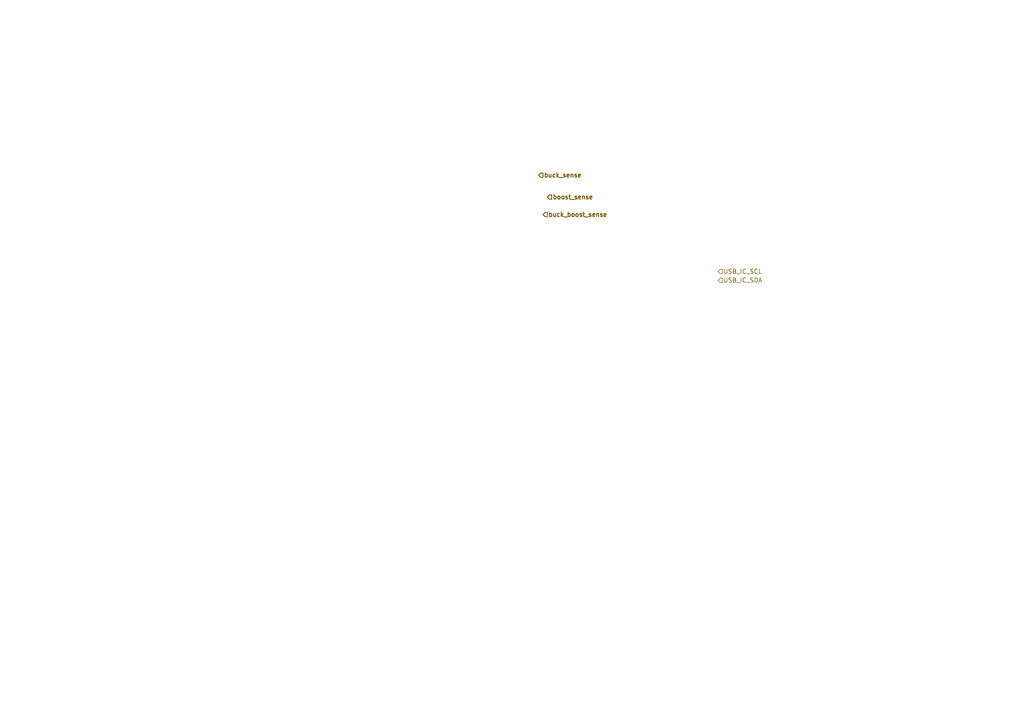
<source format=kicad_sch>
(kicad_sch
	(version 20250114)
	(generator "eeschema")
	(generator_version "9.0")
	(uuid "56a8c245-8211-47e1-998d-be07fa161d9e")
	(paper "A4")
	(lib_symbols)
	(hierarchical_label "buck_boost_sense"
		(shape input)
		(at 157.48 62.23 0)
		(effects
			(font
				(size 1.27 1.27)
				(thickness 0.254)
				(bold yes)
			)
			(justify left)
		)
		(uuid "223c0faa-effc-4805-a81d-1f67c3a86cd4")
	)
	(hierarchical_label "buck_sense"
		(shape input)
		(at 156.21 50.8 0)
		(effects
			(font
				(size 1.27 1.27)
				(thickness 0.254)
				(bold yes)
			)
			(justify left)
		)
		(uuid "508fb36e-d713-4e74-8aef-2b3a2f104b05")
	)
	(hierarchical_label "USB_IC_SCL"
		(shape input)
		(at 208.28 78.74 0)
		(effects
			(font
				(size 1.27 1.27)
			)
			(justify left)
		)
		(uuid "b452978b-97a3-457f-9472-cc9c00190982")
	)
	(hierarchical_label "USB_IC_SDA"
		(shape input)
		(at 208.28 81.28 0)
		(effects
			(font
				(size 1.27 1.27)
			)
			(justify left)
		)
		(uuid "c0ea8f69-e4bd-4d62-a70a-6108baa3ebcc")
	)
	(hierarchical_label "boost_sense"
		(shape input)
		(at 158.75 57.15 0)
		(effects
			(font
				(size 1.27 1.27)
				(thickness 0.254)
				(bold yes)
			)
			(justify left)
		)
		(uuid "d3fa9418-ed89-4290-ab49-e8e98149fdb2")
	)
)

</source>
